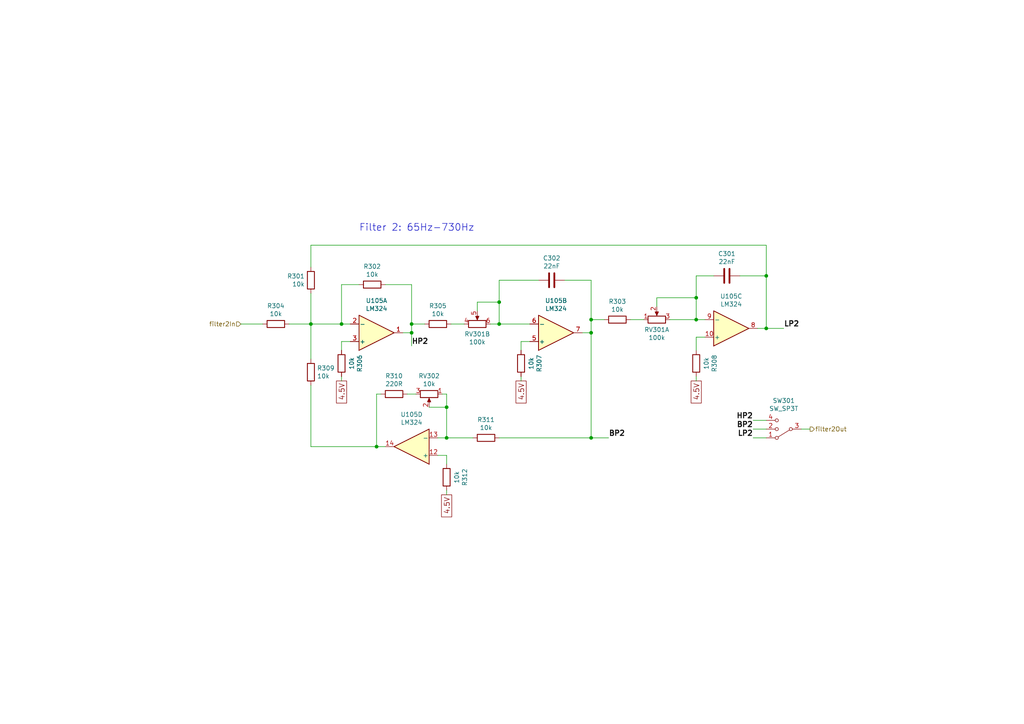
<source format=kicad_sch>
(kicad_sch (version 20231120) (generator "eeschema") (generator_version "8.0")
  (paper "A4")
  (title_block (title "Mid Frequency Filter") (date "2024-09-07") (rev "1.2") (company "Kromftronics"))
  (lib_symbols
    (symbol "Amplifier_Operational:LM324" (pin_names (offset 0.127))
      (property "Reference" "U" (at 0 5.08 0))
      (property "Value" "LM324" (at 0 -5.08 0))
      (symbol "LM324_1_1"
        (polyline (pts (xy -5.08 5.08) (xy 5.08 0) (xy -5.08 -5.08) (xy -5.08 5.08)) (stroke (width 0.254)) (fill (type background)))
        (pin output line (at 7.62 0 180) (length 2.54) (name "~") (number "1"))
        (pin input line (at -7.62 -2.54 0) (length 2.54) (name "-") (number "2"))
        (pin input line (at -7.62 2.54 0) (length 2.54) (name "+") (number "3"))
      )
      (symbol "LM324_2_1"
        (polyline (pts (xy -5.08 5.08) (xy 5.08 0) (xy -5.08 -5.08) (xy -5.08 5.08)) (stroke (width 0.254)) (fill (type background)))
        (pin input line (at -7.62 2.54 0) (length 2.54) (name "+") (number "5"))
        (pin input line (at -7.62 -2.54 0) (length 2.54) (name "-") (number "6"))
        (pin output line (at 7.62 0 180) (length 2.54) (name "~") (number "7"))
      )
      (symbol "LM324_3_1"
        (polyline (pts (xy -5.08 5.08) (xy 5.08 0) (xy -5.08 -5.08) (xy -5.08 5.08)) (stroke (width 0.254)) (fill (type background)))
        (pin input line (at -7.62 2.54 0) (length 2.54) (name "+") (number "10"))
        (pin output line (at 7.62 0 180) (length 2.54) (name "~") (number "8"))
        (pin input line (at -7.62 -2.54 0) (length 2.54) (name "-") (number "9"))
      )
      (symbol "LM324_4_1"
        (polyline (pts (xy -5.08 5.08) (xy 5.08 0) (xy -5.08 -5.08) (xy -5.08 5.08)) (stroke (width 0.254)) (fill (type background)))
        (pin input line (at -7.62 2.54 0) (length 2.54) (name "+") (number "12"))
        (pin input line (at -7.62 -2.54 0) (length 2.54) (name "-") (number "13"))
        (pin output line (at 7.62 0 180) (length 2.54) (name "~") (number "14"))
      )
      (symbol "LM324_5_1"
        (pin power_in line (at -2.54 -7.62 90) (length 3.81) (name "V-") (number "11"))
        (pin power_in line (at -2.54 7.62 270) (length 3.81) (name "V+") (number "4"))
      )
    )
    (symbol "Device:C" (pin_numbers hide) (pin_names (offset 0.254))
      (property "Reference" "C" (at 0.635 2.54 0))
      (property "Value" "C" (at 0.635 -2.54 0))
      (symbol "C_0_1"
        (polyline (pts (xy -2.032 -0.762) (xy 2.032 -0.762)) (stroke (width 0.508)))
        (polyline (pts (xy -2.032 0.762) (xy 2.032 0.762)) (stroke (width 0.508)))
      )
      (symbol "C_1_1"
        (pin passive line (at 0 3.81 270) (length 2.794) (name "~") (number "1"))
        (pin passive line (at 0 -3.81 90) (length 2.794) (name "~") (number "2"))
      )
    )
    (symbol "Device:R" (pin_numbers hide) (pin_names (offset 0))
      (property "Reference" "R" (at 2.032 0 90))
      (property "Value" "R" (at 0 0 90))
      (symbol "R_0_1"
        (rectangle (start -1.016 -2.54) (end 1.016 2.54) (stroke (width 0.254)))
      )
      (symbol "R_1_1"
        (pin passive line (at 0 3.81 270) (length 1.27) (name "~") (number "1"))
        (pin passive line (at 0 -3.81 90) (length 1.27) (name "~") (number "2"))
      )
    )
    (symbol "Switch:SW_SP3T" (pin_names (offset 0) hide)
      (property "Reference" "SW" (at 0 5.08 0))
      (property "Value" "SW_SP3T" (at 0 -5.08 0))
      (symbol "SW_SP3T_0_1"
        (circle (center -2.032 0) (radius 0.4572))
        (polyline (pts (xy -1.651 0.254) (xy 1.651 2.286)))
        (circle (center 2.032 -2.54) (radius 0.4572))
        (circle (center 2.032 0) (radius 0.4572))
        (circle (center 2.032 2.54) (radius 0.4572))
      )
      (symbol "SW_SP3T_1_1"
        (pin passive line (at 5.08 2.54 180) (length 2.54) (name "1") (number "1"))
        (pin passive line (at 5.08 0 180) (length 2.54) (name "2") (number "2"))
        (pin passive line (at -5.08 0 0) (length 2.54) (name "3") (number "3"))
        (pin passive line (at 5.08 -2.54 180) (length 2.54) (name "4") (number "4"))
      )
    )
    (symbol "The_Ping_Ting-rescue:R_POT-Device" (pin_names (offset 1.016) hide)
      (property "Reference" "RV" (at -4.445 0 90))
      (property "Value" "R_POT-Device" (at -2.54 0 90))
      (symbol "R_POT-Device_0_1"
        (polyline (pts (xy 2.54 0) (xy 1.524 0)))
        (polyline (pts (xy 1.143 0) (xy 2.286 0.508) (xy 2.286 -0.508) (xy 1.143 0)) (fill (type outline)))
        (rectangle (start 1.016 2.54) (end -1.016 -2.54) (stroke (width 0.254)))
      )
      (symbol "R_POT-Device_1_1"
        (pin passive line (at 0 3.81 270) (length 1.27) (name "1") (number "1"))
        (pin passive line (at 3.81 0 180) (length 1.27) (name "2") (number "2"))
        (pin passive line (at 0 -3.81 90) (length 1.27) (name "3") (number "3"))
      )
    )
    (symbol "The_Ping_Ting-rescue:R_POT_Dual_Separate-Device" (pin_names (offset 1.016) hide)
      (property "Reference" "RV" (at -4.445 0 90))
      (property "Value" "R_POT_Dual_Separate-Device" (at -2.54 0 90))
      (symbol "R_POT_Dual_Separate-Device_0_1"
        (polyline (pts (xy 2.54 0) (xy 1.524 0)))
        (polyline (pts (xy 1.143 0) (xy 2.286 0.508) (xy 2.286 -0.508) (xy 1.143 0)) (fill (type outline)))
        (rectangle (start 1.016 2.54) (end -1.016 -2.54) (stroke (width 0.254)))
      )
      (symbol "R_POT_Dual_Separate-Device_1_1"
        (pin passive line (at 0 3.81 270) (length 1.27) (name "1") (number "1"))
        (pin passive line (at 3.81 0 180) (length 1.27) (name "2") (number "2"))
        (pin passive line (at 0 -3.81 90) (length 1.27) (name "3") (number "3"))
      )
      (symbol "R_POT_Dual_Separate-Device_2_1"
        (pin passive line (at 0 3.81 270) (length 1.27) (name "4") (number "4"))
        (pin passive line (at 3.81 0 180) (length 1.27) (name "5") (number "5"))
        (pin passive line (at 0 -3.81 90) (length 1.27) (name "6") (number "6"))
      )
    )
  )
  (junction (at 90.17 93.98))
  (junction (at 201.93 86.36))
  (junction (at 171.45 96.52))
  (junction (at 99.06 93.98))
  (junction (at 129.54 127))
  (junction (at 109.22 129.54))
  (junction (at 171.45 92.71))
  (junction (at 222.25 80.01))
  (junction (at 119.38 96.52))
  (junction (at 119.38 93.98))
  (junction (at 129.54 118.11))
  (junction (at 144.78 93.98))
  (junction (at 222.25 95.25))
  (junction (at 171.45 127))
  (junction (at 144.78 87.63))
  (junction (at 201.93 92.71))
  (wire (pts (xy 144.78 81.28) (xy 156.21 81.28)))
  (wire (pts (xy 138.43 87.63) (xy 144.78 87.63)))
  (wire (pts (xy 168.91 96.52) (xy 171.45 96.52)))
  (wire (pts (xy 129.54 114.3) (xy 128.27 114.3)))
  (wire (pts (xy 90.17 129.54) (xy 109.22 129.54)))
  (wire (pts (xy 204.47 92.71) (xy 201.93 92.71)))
  (wire (pts (xy 201.93 80.01) (xy 207.01 80.01)))
  (wire (pts (xy 129.54 118.11) (xy 129.54 114.3)))
  (wire (pts (xy 138.43 90.17) (xy 138.43 87.63)))
  (wire (pts (xy 214.63 80.01) (xy 222.25 80.01)))
  (wire (pts (xy 99.06 93.98) (xy 90.17 93.98)))
  (wire (pts (xy 123.19 93.98) (xy 119.38 93.98)))
  (wire (pts (xy 201.93 101.6) (xy 201.93 97.79)))
  (wire (pts (xy 119.38 93.98) (xy 119.38 82.55)))
  (wire (pts (xy 127 127) (xy 129.54 127)))
  (wire (pts (xy 218.44 121.92) (xy 222.25 121.92)))
  (wire (pts (xy 137.16 127) (xy 129.54 127)))
  (wire (pts (xy 99.06 110.49) (xy 99.06 109.22)))
  (wire (pts (xy 144.78 127) (xy 171.45 127)))
  (wire (pts (xy 144.78 93.98) (xy 142.24 93.98)))
  (wire (pts (xy 90.17 111.76) (xy 90.17 129.54)))
  (wire (pts (xy 171.45 92.71) (xy 171.45 96.52)))
  (wire (pts (xy 222.25 80.01) (xy 222.25 95.25)))
  (wire (pts (xy 99.06 101.6) (xy 99.06 99.06)))
  (wire (pts (xy 182.88 92.71) (xy 186.69 92.71)))
  (wire (pts (xy 129.54 134.62) (xy 129.54 132.08)))
  (wire (pts (xy 190.5 88.9) (xy 190.5 86.36)))
  (wire (pts (xy 111.76 129.54) (xy 109.22 129.54)))
  (wire (pts (xy 134.62 93.98) (xy 130.81 93.98)))
  (wire (pts (xy 171.45 92.71) (xy 175.26 92.71)))
  (wire (pts (xy 119.38 96.52) (xy 119.38 93.98)))
  (wire (pts (xy 104.14 82.55) (xy 99.06 82.55)))
  (wire (pts (xy 227.33 95.25) (xy 222.25 95.25)))
  (wire (pts (xy 120.65 114.3) (xy 118.11 114.3)))
  (wire (pts (xy 218.44 127) (xy 222.25 127)))
  (wire (pts (xy 129.54 132.08) (xy 127 132.08)))
  (wire (pts (xy 234.95 124.46) (xy 232.41 124.46)))
  (wire (pts (xy 119.38 100.33) (xy 119.38 96.52)))
  (wire (pts (xy 218.44 124.46) (xy 222.25 124.46)))
  (wire (pts (xy 99.06 82.55) (xy 99.06 93.98)))
  (wire (pts (xy 176.53 127) (xy 171.45 127)))
  (wire (pts (xy 151.13 101.6) (xy 151.13 99.06)))
  (wire (pts (xy 201.93 110.49) (xy 201.93 109.22)))
  (wire (pts (xy 171.45 92.71) (xy 171.45 81.28)))
  (wire (pts (xy 201.93 97.79) (xy 204.47 97.79)))
  (wire (pts (xy 190.5 86.36) (xy 201.93 86.36)))
  (wire (pts (xy 90.17 93.98) (xy 83.82 93.98)))
  (wire (pts (xy 90.17 93.98) (xy 90.17 104.14)))
  (wire (pts (xy 109.22 129.54) (xy 109.22 114.3)))
  (wire (pts (xy 109.22 114.3) (xy 110.49 114.3)))
  (wire (pts (xy 99.06 93.98) (xy 101.6 93.98)))
  (wire (pts (xy 171.45 81.28) (xy 163.83 81.28)))
  (wire (pts (xy 90.17 71.12) (xy 222.25 71.12)))
  (wire (pts (xy 90.17 71.12) (xy 90.17 77.47)))
  (wire (pts (xy 119.38 82.55) (xy 111.76 82.55)))
  (wire (pts (xy 69.85 93.98) (xy 76.2 93.98)))
  (wire (pts (xy 201.93 80.01) (xy 201.93 86.36)))
  (wire (pts (xy 129.54 127) (xy 129.54 118.11)))
  (wire (pts (xy 153.67 93.98) (xy 144.78 93.98)))
  (wire (pts (xy 194.31 92.71) (xy 201.93 92.71)))
  (wire (pts (xy 151.13 99.06) (xy 153.67 99.06)))
  (wire (pts (xy 90.17 85.09) (xy 90.17 93.98)))
  (wire (pts (xy 116.84 96.52) (xy 119.38 96.52)))
  (wire (pts (xy 129.54 143.51) (xy 129.54 142.24)))
  (wire (pts (xy 124.46 118.11) (xy 129.54 118.11)))
  (wire (pts (xy 151.13 110.49) (xy 151.13 109.22)))
  (wire (pts (xy 144.78 93.98) (xy 144.78 87.63)))
  (wire (pts (xy 201.93 86.36) (xy 201.93 92.71)))
  (wire (pts (xy 144.78 87.63) (xy 144.78 81.28)))
  (wire (pts (xy 99.06 99.06) (xy 101.6 99.06)))
  (wire (pts (xy 222.25 95.25) (xy 219.71 95.25)))
  (wire (pts (xy 171.45 127) (xy 171.45 96.52)))
  (wire (pts (xy 222.25 71.12) (xy 222.25 80.01)))
  (text "Filter 2: 65Hz-730Hz" (at 104.14 67.31 0) (effects (font (size 2.0066 2.0066)) (justify left bottom)))
  (label "BP2" (at 218.44 124.46 180) (effects (font (size 1.4986 1.4986) (thickness 0.2997) (bold yes))))
  (label "LP2" (at 227.33 95.25 0) (effects (font (size 1.4986 1.4986) (thickness 0.2997) (bold yes))))
  (label "HP2" (at 218.44 121.92 180) (effects (font (size 1.4986 1.4986) (thickness 0.2997) (bold yes))))
  (label "LP2" (at 218.44 127 180) (effects (font (size 1.4986 1.4986) (thickness 0.2997) (bold yes))))
  (label "HP2" (at 119.38 100.33 0) (effects (font (size 1.4986 1.4986) (thickness 0.2997) (bold yes))))
  (label "BP2" (at 176.53 127 0) (effects (font (size 1.4986 1.4986) (thickness 0.2997) (bold yes))))
  (global_label "4.5V" (shape passive) (at 151.13 110.49 270) (effects (font (size 1.4986 1.4986))) (property "Intersheetrefs" "${INTERSHEET_REFS}" (effects (hide yes))))
  (global_label "4.5V" (shape passive) (at 129.54 143.51 270) (effects (font (size 1.4986 1.4986))) (property "Intersheetrefs" "${INTERSHEET_REFS}" (effects (hide yes))))
  (global_label "4.5V" (shape passive) (at 201.93 110.49 270) (effects (font (size 1.4986 1.4986))) (property "Intersheetrefs" "${INTERSHEET_REFS}" (effects (hide yes))))
  (global_label "4.5V" (shape passive) (at 99.06 110.49 270) (effects (font (size 1.4986 1.4986))) (property "Intersheetrefs" "${INTERSHEET_REFS}" (effects (hide yes))))
  (hierarchical_label "filter2In" (shape input) (at 69.85 93.98 180))
  (hierarchical_label "filter2Out" (shape output) (at 234.95 124.46 0))
  (symbol (lib_id "Amplifier_Operational:LM324") (at 109.22 96.52 0) (mirror x) (unit 1)
    (property "Reference" "U105" (at 109.22 87.1982 0))
    (property "Value" "LM324" (at 109.22 89.5096 0))
    (property "Footprint" "Package_DIP:DIP-14_W7.62mm" (effects (hide yes)))
    (property "Datasheet" "http://www.ti.com/lit/ds/symlink/lm2902-n.pdf" (effects (hide yes)))
  )
  (symbol (lib_id "The_Ping_Ting-rescue:R_POT-Device") (at 124.46 114.3 270) (unit 1)
    (property "Reference" "RV302" (at 124.46 109.0422 90))
    (property "Value" "10k" (at 124.46 111.3536 90))
    (property "Footprint" "Connector_PinHeader_2.54mm:PinHeader_1x03_P2.54mm_Vertical" (effects (hide yes)))
  )
  (symbol (lib_id "Device:R") (at 107.95 82.55 270) (unit 1)
    (property "Reference" "R302" (at 107.95 77.2922 90))
    (property "Value" "10k" (at 107.95 79.6036 90))
    (property "Footprint" "Resistor_THT:R_Axial_DIN0207_L6.3mm_D2.5mm_P10.16mm_Horizontal" (effects (hide yes)))
  )
  (symbol (lib_id "Device:R") (at 127 93.98 270) (mirror x) (unit 1)
    (property "Reference" "R305" (at 127 88.7222 90))
    (property "Value" "10k" (at 127 91.0336 90))
    (property "Footprint" "Resistor_THT:R_Axial_DIN0207_L6.3mm_D2.5mm_P10.16mm_Horizontal" (effects (hide yes)))
  )
  (symbol (lib_id "Switch:SW_SP3T") (at 227.33 124.46 180) (unit 1)
    (property "Reference" "SW301" (at 227.33 116.205 0))
    (property "Value" "SW_SP3T" (at 227.33 118.5164 0))
    (property "Footprint" "Connector_PinHeader_2.54mm:PinHeader_1x04_P2.54mm_Vertical" (effects (hide yes)))
  )
  (symbol (lib_id "Device:R") (at 151.13 105.41 0) (mirror x) (unit 1)
    (property "Reference" "R307" (at 156.3878 105.41 90))
    (property "Value" "10k" (at 154.0764 105.41 90))
    (property "Footprint" "Resistor_THT:R_Axial_DIN0207_L6.3mm_D2.5mm_P10.16mm_Horizontal" (effects (hide yes)))
  )
  (symbol (lib_id "Device:R") (at 201.93 105.41 0) (mirror x) (unit 1)
    (property "Reference" "R308" (at 207.1878 105.41 90))
    (property "Value" "10k" (at 204.8764 105.41 90))
    (property "Footprint" "Resistor_THT:R_Axial_DIN0207_L6.3mm_D2.5mm_P10.16mm_Horizontal" (effects (hide yes)))
  )
  (symbol (lib_id "Device:R") (at 99.06 105.41 0) (mirror x) (unit 1)
    (property "Reference" "R306" (at 104.3178 105.41 90))
    (property "Value" "10k" (at 102.0064 105.41 90))
    (property "Footprint" "Resistor_THT:R_Axial_DIN0207_L6.3mm_D2.5mm_P10.16mm_Horizontal" (effects (hide yes)))
  )
  (symbol (lib_id "Device:R") (at 129.54 138.43 0) (mirror x) (unit 1)
    (property "Reference" "R312" (at 134.7978 138.43 90))
    (property "Value" "10k" (at 132.4864 138.43 90))
    (property "Footprint" "Resistor_THT:R_Axial_DIN0207_L6.3mm_D2.5mm_P10.16mm_Horizontal" (effects (hide yes)))
  )
  (symbol (lib_id "Amplifier_Operational:LM324") (at 161.29 96.52 0) (mirror x) (unit 2)
    (property "Reference" "U105" (at 161.29 87.1982 0))
    (property "Value" "LM324" (at 161.29 89.5096 0))
    (property "Footprint" "Package_DIP:DIP-14_W7.62mm" (effects (hide yes)))
    (property "Datasheet" "http://www.ti.com/lit/ds/symlink/lm2902-n.pdf" (effects (hide yes)))
  )
  (symbol (lib_id "Amplifier_Operational:LM324") (at 212.09 95.25 0) (mirror x) (unit 3)
    (property "Reference" "U105" (at 212.09 85.9282 0))
    (property "Value" "LM324" (at 212.09 88.2396 0))
    (property "Footprint" "Package_DIP:DIP-14_W7.62mm" (effects (hide yes)))
    (property "Datasheet" "http://www.ti.com/lit/ds/symlink/lm2902-n.pdf" (effects (hide yes)))
  )
  (symbol (lib_id "Amplifier_Operational:LM324") (at 119.38 129.54 180) (unit 4)
    (property "Reference" "U105" (at 119.38 120.2182 0))
    (property "Value" "LM324" (at 119.38 122.5296 0))
    (property "Footprint" "Package_DIP:DIP-14_W7.62mm" (effects (hide yes)))
    (property "Datasheet" "http://www.ti.com/lit/ds/symlink/lm2902-n.pdf" (effects (hide yes)))
  )
  (symbol (lib_id "Device:R") (at 114.3 114.3 90) (mirror x) (unit 1)
    (property "Reference" "R310" (at 114.3 109.0422 90))
    (property "Value" "220R" (at 114.3 111.3536 90))
    (property "Footprint" "Resistor_THT:R_Axial_DIN0207_L6.3mm_D2.5mm_P10.16mm_Horizontal" (effects (hide yes)))
  )
  (symbol (lib_id "Device:R") (at 140.97 127 90) (mirror x) (unit 1)
    (property "Reference" "R311" (at 140.97 121.7422 90))
    (property "Value" "10k" (at 140.97 124.0536 90))
    (property "Footprint" "Resistor_THT:R_Axial_DIN0207_L6.3mm_D2.5mm_P10.16mm_Horizontal" (effects (hide yes)))
  )
  (symbol (lib_id "Device:R") (at 90.17 107.95 0) (mirror y) (unit 1)
    (property "Reference" "R309" (at 91.948 106.7816 0) (effects (justify right)))
    (property "Value" "10k" (at 91.948 109.093 0) (effects (justify right)))
    (property "Footprint" "Resistor_THT:R_Axial_DIN0207_L6.3mm_D2.5mm_P10.16mm_Horizontal" (effects (hide yes)))
  )
  (symbol (lib_id "Device:R") (at 90.17 81.28 0) (mirror x) (unit 1)
    (property "Reference" "R301" (at 88.392 80.1116 0) (effects (justify right)))
    (property "Value" "10k" (at 88.392 82.423 0) (effects (justify right)))
    (property "Footprint" "Resistor_THT:R_Axial_DIN0207_L6.3mm_D2.5mm_P10.16mm_Horizontal" (effects (hide yes)))
  )
  (symbol (lib_id "Device:C") (at 160.02 81.28 270) (unit 1)
    (property "Reference" "C302" (at 160.02 74.8792 90))
    (property "Value" "22nF" (at 160.02 77.1906 90))
    (property "Footprint" "Capacitor_THT:C_Rect_L7.2mm_W7.2mm_P5.00mm_FKS2_FKP2_MKS2_MKP2" (effects (hide yes)))
  )
  (symbol (lib_id "Device:C") (at 210.82 80.01 270) (unit 1)
    (property "Reference" "C301" (at 210.82 73.6092 90))
    (property "Value" "22nF" (at 210.82 75.9206 90))
    (property "Footprint" "Capacitor_THT:C_Rect_L7.2mm_W7.2mm_P5.00mm_FKS2_FKP2_MKS2_MKP2" (effects (hide yes)))
  )
  (symbol (lib_id "The_Ping_Ting-rescue:R_POT_Dual_Separate-Device") (at 138.43 93.98 90) (unit 2)
    (property "Reference" "RV301" (at 138.43 96.901 90))
    (property "Value" "100k" (at 138.43 99.2124 90))
    (property "Footprint" "Connector_PinHeader_2.54mm:PinHeader_1x06_P2.54mm_Vertical" (effects (hide yes)))
  )
  (symbol (lib_id "The_Ping_Ting-rescue:R_POT_Dual_Separate-Device") (at 190.5 92.71 90) (unit 1)
    (property "Reference" "RV301" (at 190.5 95.631 90))
    (property "Value" "100k" (at 190.5 97.9424 90))
    (property "Footprint" "Connector_PinHeader_2.54mm:PinHeader_1x06_P2.54mm_Vertical" (effects (hide yes)))
  )
  (symbol (lib_id "Device:R") (at 179.07 92.71 270) (mirror x) (unit 1)
    (property "Reference" "R303" (at 179.07 87.4522 90))
    (property "Value" "10k" (at 179.07 89.7636 90))
    (property "Footprint" "Resistor_THT:R_Axial_DIN0207_L6.3mm_D2.5mm_P10.16mm_Horizontal" (effects (hide yes)))
  )
  (symbol (lib_id "Device:R") (at 80.01 93.98 270) (mirror x) (unit 1)
    (property "Reference" "R304" (at 80.01 88.7222 90))
    (property "Value" "10k" (at 80.01 91.0336 90))
    (property "Footprint" "Resistor_THT:R_Axial_DIN0207_L6.3mm_D2.5mm_P10.16mm_Horizontal" (effects (hide yes)))
  )
)
</source>
